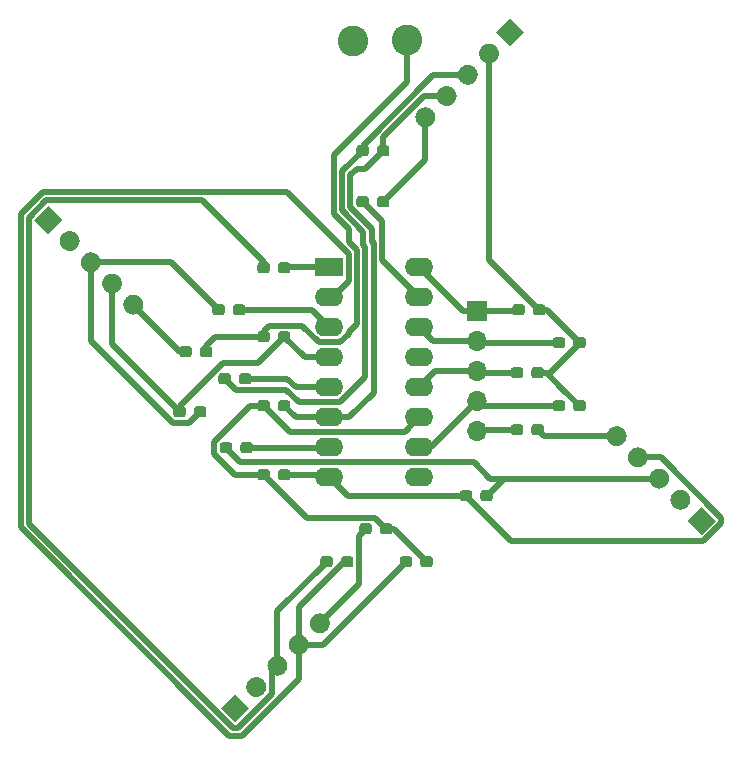
<source format=gtl>
G04 #@! TF.GenerationSoftware,KiCad,Pcbnew,(5.1.6-0-10_14)*
G04 #@! TF.CreationDate,2022-01-06T22:32:46-06:00*
G04 #@! TF.ProjectId,opto_isolator,6f70746f-5f69-4736-9f6c-61746f722e6b,rev?*
G04 #@! TF.SameCoordinates,Original*
G04 #@! TF.FileFunction,Copper,L1,Top*
G04 #@! TF.FilePolarity,Positive*
%FSLAX46Y46*%
G04 Gerber Fmt 4.6, Leading zero omitted, Abs format (unit mm)*
G04 Created by KiCad (PCBNEW (5.1.6-0-10_14)) date 2022-01-06 22:32:46*
%MOMM*%
%LPD*%
G01*
G04 APERTURE LIST*
G04 #@! TA.AperFunction,ComponentPad*
%ADD10C,0.100000*%
G04 #@! TD*
G04 #@! TA.AperFunction,ComponentPad*
%ADD11R,1.700000X1.700000*%
G04 #@! TD*
G04 #@! TA.AperFunction,ComponentPad*
%ADD12O,1.700000X1.700000*%
G04 #@! TD*
G04 #@! TA.AperFunction,ComponentPad*
%ADD13R,2.400000X1.600000*%
G04 #@! TD*
G04 #@! TA.AperFunction,ComponentPad*
%ADD14O,2.400000X1.600000*%
G04 #@! TD*
G04 #@! TA.AperFunction,ComponentPad*
%ADD15C,2.600000*%
G04 #@! TD*
G04 #@! TA.AperFunction,Conductor*
%ADD16C,0.500000*%
G04 #@! TD*
G04 APERTURE END LIST*
G04 #@! TA.AperFunction,ComponentPad*
D10*
G36*
X138577918Y-53730000D02*
G01*
X139780000Y-52527918D01*
X140982082Y-53730000D01*
X139780000Y-54932082D01*
X138577918Y-53730000D01*
G37*
G04 #@! TD.AperFunction*
G04 #@! TA.AperFunction,ComponentPad*
G36*
G01*
X137382908Y-54925010D02*
X137382908Y-54925010D01*
G75*
G02*
X138584990Y-54925010I601041J-601041D01*
G01*
X138584990Y-54925010D01*
G75*
G02*
X138584990Y-56127092I-601041J-601041D01*
G01*
X138584990Y-56127092D01*
G75*
G02*
X137382908Y-56127092I-601041J601041D01*
G01*
X137382908Y-56127092D01*
G75*
G02*
X137382908Y-54925010I601041J601041D01*
G01*
G37*
G04 #@! TD.AperFunction*
G04 #@! TA.AperFunction,ComponentPad*
G36*
G01*
X135586857Y-56721061D02*
X135586857Y-56721061D01*
G75*
G02*
X136788939Y-56721061I601041J-601041D01*
G01*
X136788939Y-56721061D01*
G75*
G02*
X136788939Y-57923143I-601041J-601041D01*
G01*
X136788939Y-57923143D01*
G75*
G02*
X135586857Y-57923143I-601041J601041D01*
G01*
X135586857Y-57923143D01*
G75*
G02*
X135586857Y-56721061I601041J601041D01*
G01*
G37*
G04 #@! TD.AperFunction*
G04 #@! TA.AperFunction,ComponentPad*
G36*
G01*
X133790805Y-58517113D02*
X133790805Y-58517113D01*
G75*
G02*
X134992887Y-58517113I601041J-601041D01*
G01*
X134992887Y-58517113D01*
G75*
G02*
X134992887Y-59719195I-601041J-601041D01*
G01*
X134992887Y-59719195D01*
G75*
G02*
X133790805Y-59719195I-601041J601041D01*
G01*
X133790805Y-59719195D01*
G75*
G02*
X133790805Y-58517113I601041J601041D01*
G01*
G37*
G04 #@! TD.AperFunction*
G04 #@! TA.AperFunction,ComponentPad*
G36*
G01*
X131994754Y-60313164D02*
X131994754Y-60313164D01*
G75*
G02*
X133196836Y-60313164I601041J-601041D01*
G01*
X133196836Y-60313164D01*
G75*
G02*
X133196836Y-61515246I-601041J-601041D01*
G01*
X133196836Y-61515246D01*
G75*
G02*
X131994754Y-61515246I-601041J601041D01*
G01*
X131994754Y-61515246D01*
G75*
G02*
X131994754Y-60313164I601041J601041D01*
G01*
G37*
G04 #@! TD.AperFunction*
D11*
X136980000Y-77360000D03*
D12*
X136980000Y-79900000D03*
X136980000Y-82440000D03*
X136980000Y-84980000D03*
X136980000Y-87520000D03*
G04 #@! TA.AperFunction,SMDPad,CuDef*
G36*
G01*
X127011000Y-95995500D02*
X127011000Y-95520500D01*
G75*
G02*
X127248500Y-95283000I237500J0D01*
G01*
X127823500Y-95283000D01*
G75*
G02*
X128061000Y-95520500I0J-237500D01*
G01*
X128061000Y-95995500D01*
G75*
G02*
X127823500Y-96233000I-237500J0D01*
G01*
X127248500Y-96233000D01*
G75*
G02*
X127011000Y-95995500I0J237500D01*
G01*
G37*
G04 #@! TD.AperFunction*
G04 #@! TA.AperFunction,SMDPad,CuDef*
G36*
G01*
X128761000Y-95995500D02*
X128761000Y-95520500D01*
G75*
G02*
X128998500Y-95283000I237500J0D01*
G01*
X129573500Y-95283000D01*
G75*
G02*
X129811000Y-95520500I0J-237500D01*
G01*
X129811000Y-95995500D01*
G75*
G02*
X129573500Y-96233000I-237500J0D01*
G01*
X128998500Y-96233000D01*
G75*
G02*
X128761000Y-95995500I0J237500D01*
G01*
G37*
G04 #@! TD.AperFunction*
G04 #@! TA.AperFunction,SMDPad,CuDef*
G36*
G01*
X113521000Y-81009500D02*
X113521000Y-80534500D01*
G75*
G02*
X113758500Y-80297000I237500J0D01*
G01*
X114333500Y-80297000D01*
G75*
G02*
X114571000Y-80534500I0J-237500D01*
G01*
X114571000Y-81009500D01*
G75*
G02*
X114333500Y-81247000I-237500J0D01*
G01*
X113758500Y-81247000D01*
G75*
G02*
X113521000Y-81009500I0J237500D01*
G01*
G37*
G04 #@! TD.AperFunction*
G04 #@! TA.AperFunction,SMDPad,CuDef*
G36*
G01*
X111771000Y-81009500D02*
X111771000Y-80534500D01*
G75*
G02*
X112008500Y-80297000I237500J0D01*
G01*
X112583500Y-80297000D01*
G75*
G02*
X112821000Y-80534500I0J-237500D01*
G01*
X112821000Y-81009500D01*
G75*
G02*
X112583500Y-81247000I-237500J0D01*
G01*
X112008500Y-81247000D01*
G75*
G02*
X111771000Y-81009500I0J237500D01*
G01*
G37*
G04 #@! TD.AperFunction*
G04 #@! TA.AperFunction,SMDPad,CuDef*
G36*
G01*
X129557000Y-67834500D02*
X129557000Y-68309500D01*
G75*
G02*
X129319500Y-68547000I-237500J0D01*
G01*
X128744500Y-68547000D01*
G75*
G02*
X128507000Y-68309500I0J237500D01*
G01*
X128507000Y-67834500D01*
G75*
G02*
X128744500Y-67597000I237500J0D01*
G01*
X129319500Y-67597000D01*
G75*
G02*
X129557000Y-67834500I0J-237500D01*
G01*
G37*
G04 #@! TD.AperFunction*
G04 #@! TA.AperFunction,SMDPad,CuDef*
G36*
G01*
X127807000Y-67834500D02*
X127807000Y-68309500D01*
G75*
G02*
X127569500Y-68547000I-237500J0D01*
G01*
X126994500Y-68547000D01*
G75*
G02*
X126757000Y-68309500I0J237500D01*
G01*
X126757000Y-67834500D01*
G75*
G02*
X126994500Y-67597000I237500J0D01*
G01*
X127569500Y-67597000D01*
G75*
G02*
X127807000Y-67834500I0J-237500D01*
G01*
G37*
G04 #@! TD.AperFunction*
G04 #@! TA.AperFunction,SMDPad,CuDef*
G36*
G01*
X140874000Y-87138500D02*
X140874000Y-87613500D01*
G75*
G02*
X140636500Y-87851000I-237500J0D01*
G01*
X140061500Y-87851000D01*
G75*
G02*
X139824000Y-87613500I0J237500D01*
G01*
X139824000Y-87138500D01*
G75*
G02*
X140061500Y-86901000I237500J0D01*
G01*
X140636500Y-86901000D01*
G75*
G02*
X140874000Y-87138500I0J-237500D01*
G01*
G37*
G04 #@! TD.AperFunction*
G04 #@! TA.AperFunction,SMDPad,CuDef*
G36*
G01*
X142624000Y-87138500D02*
X142624000Y-87613500D01*
G75*
G02*
X142386500Y-87851000I-237500J0D01*
G01*
X141811500Y-87851000D01*
G75*
G02*
X141574000Y-87613500I0J237500D01*
G01*
X141574000Y-87138500D01*
G75*
G02*
X141811500Y-86901000I237500J0D01*
G01*
X142386500Y-86901000D01*
G75*
G02*
X142624000Y-87138500I0J-237500D01*
G01*
G37*
G04 #@! TD.AperFunction*
G04 #@! TA.AperFunction,SMDPad,CuDef*
G36*
G01*
X132176000Y-98789500D02*
X132176000Y-98314500D01*
G75*
G02*
X132413500Y-98077000I237500J0D01*
G01*
X132988500Y-98077000D01*
G75*
G02*
X133226000Y-98314500I0J-237500D01*
G01*
X133226000Y-98789500D01*
G75*
G02*
X132988500Y-99027000I-237500J0D01*
G01*
X132413500Y-99027000D01*
G75*
G02*
X132176000Y-98789500I0J237500D01*
G01*
G37*
G04 #@! TD.AperFunction*
G04 #@! TA.AperFunction,SMDPad,CuDef*
G36*
G01*
X130426000Y-98789500D02*
X130426000Y-98314500D01*
G75*
G02*
X130663500Y-98077000I237500J0D01*
G01*
X131238500Y-98077000D01*
G75*
G02*
X131476000Y-98314500I0J-237500D01*
G01*
X131476000Y-98789500D01*
G75*
G02*
X131238500Y-99027000I-237500J0D01*
G01*
X130663500Y-99027000D01*
G75*
G02*
X130426000Y-98789500I0J237500D01*
G01*
G37*
G04 #@! TD.AperFunction*
G04 #@! TA.AperFunction,SMDPad,CuDef*
G36*
G01*
X121175000Y-79264500D02*
X121175000Y-79739500D01*
G75*
G02*
X120937500Y-79977000I-237500J0D01*
G01*
X120362500Y-79977000D01*
G75*
G02*
X120125000Y-79739500I0J237500D01*
G01*
X120125000Y-79264500D01*
G75*
G02*
X120362500Y-79027000I237500J0D01*
G01*
X120937500Y-79027000D01*
G75*
G02*
X121175000Y-79264500I0J-237500D01*
G01*
G37*
G04 #@! TD.AperFunction*
G04 #@! TA.AperFunction,SMDPad,CuDef*
G36*
G01*
X119425000Y-79264500D02*
X119425000Y-79739500D01*
G75*
G02*
X119187500Y-79977000I-237500J0D01*
G01*
X118612500Y-79977000D01*
G75*
G02*
X118375000Y-79739500I0J237500D01*
G01*
X118375000Y-79264500D01*
G75*
G02*
X118612500Y-79027000I237500J0D01*
G01*
X119187500Y-79027000D01*
G75*
G02*
X119425000Y-79264500I0J-237500D01*
G01*
G37*
G04 #@! TD.AperFunction*
G04 #@! TA.AperFunction,SMDPad,CuDef*
G36*
G01*
X120125000Y-73897500D02*
X120125000Y-73422500D01*
G75*
G02*
X120362500Y-73185000I237500J0D01*
G01*
X120937500Y-73185000D01*
G75*
G02*
X121175000Y-73422500I0J-237500D01*
G01*
X121175000Y-73897500D01*
G75*
G02*
X120937500Y-74135000I-237500J0D01*
G01*
X120362500Y-74135000D01*
G75*
G02*
X120125000Y-73897500I0J237500D01*
G01*
G37*
G04 #@! TD.AperFunction*
G04 #@! TA.AperFunction,SMDPad,CuDef*
G36*
G01*
X118375000Y-73897500D02*
X118375000Y-73422500D01*
G75*
G02*
X118612500Y-73185000I237500J0D01*
G01*
X119187500Y-73185000D01*
G75*
G02*
X119425000Y-73422500I0J-237500D01*
G01*
X119425000Y-73897500D01*
G75*
G02*
X119187500Y-74135000I-237500J0D01*
G01*
X118612500Y-74135000D01*
G75*
G02*
X118375000Y-73897500I0J237500D01*
G01*
G37*
G04 #@! TD.AperFunction*
G04 #@! TA.AperFunction,SMDPad,CuDef*
G36*
G01*
X114565000Y-77453500D02*
X114565000Y-76978500D01*
G75*
G02*
X114802500Y-76741000I237500J0D01*
G01*
X115377500Y-76741000D01*
G75*
G02*
X115615000Y-76978500I0J-237500D01*
G01*
X115615000Y-77453500D01*
G75*
G02*
X115377500Y-77691000I-237500J0D01*
G01*
X114802500Y-77691000D01*
G75*
G02*
X114565000Y-77453500I0J237500D01*
G01*
G37*
G04 #@! TD.AperFunction*
G04 #@! TA.AperFunction,SMDPad,CuDef*
G36*
G01*
X116315000Y-77453500D02*
X116315000Y-76978500D01*
G75*
G02*
X116552500Y-76741000I237500J0D01*
G01*
X117127500Y-76741000D01*
G75*
G02*
X117365000Y-76978500I0J-237500D01*
G01*
X117365000Y-77453500D01*
G75*
G02*
X117127500Y-77691000I-237500J0D01*
G01*
X116552500Y-77691000D01*
G75*
G02*
X116315000Y-77453500I0J237500D01*
G01*
G37*
G04 #@! TD.AperFunction*
G04 #@! TA.AperFunction,SMDPad,CuDef*
G36*
G01*
X116823000Y-83295500D02*
X116823000Y-82820500D01*
G75*
G02*
X117060500Y-82583000I237500J0D01*
G01*
X117635500Y-82583000D01*
G75*
G02*
X117873000Y-82820500I0J-237500D01*
G01*
X117873000Y-83295500D01*
G75*
G02*
X117635500Y-83533000I-237500J0D01*
G01*
X117060500Y-83533000D01*
G75*
G02*
X116823000Y-83295500I0J237500D01*
G01*
G37*
G04 #@! TD.AperFunction*
G04 #@! TA.AperFunction,SMDPad,CuDef*
G36*
G01*
X115073000Y-83295500D02*
X115073000Y-82820500D01*
G75*
G02*
X115310500Y-82583000I237500J0D01*
G01*
X115885500Y-82583000D01*
G75*
G02*
X116123000Y-82820500I0J-237500D01*
G01*
X116123000Y-83295500D01*
G75*
G02*
X115885500Y-83533000I-237500J0D01*
G01*
X115310500Y-83533000D01*
G75*
G02*
X115073000Y-83295500I0J237500D01*
G01*
G37*
G04 #@! TD.AperFunction*
G04 #@! TA.AperFunction,SMDPad,CuDef*
G36*
G01*
X115186000Y-89137500D02*
X115186000Y-88662500D01*
G75*
G02*
X115423500Y-88425000I237500J0D01*
G01*
X115998500Y-88425000D01*
G75*
G02*
X116236000Y-88662500I0J-237500D01*
G01*
X116236000Y-89137500D01*
G75*
G02*
X115998500Y-89375000I-237500J0D01*
G01*
X115423500Y-89375000D01*
G75*
G02*
X115186000Y-89137500I0J237500D01*
G01*
G37*
G04 #@! TD.AperFunction*
G04 #@! TA.AperFunction,SMDPad,CuDef*
G36*
G01*
X116936000Y-89137500D02*
X116936000Y-88662500D01*
G75*
G02*
X117173500Y-88425000I237500J0D01*
G01*
X117748500Y-88425000D01*
G75*
G02*
X117986000Y-88662500I0J-237500D01*
G01*
X117986000Y-89137500D01*
G75*
G02*
X117748500Y-89375000I-237500J0D01*
G01*
X117173500Y-89375000D01*
G75*
G02*
X116936000Y-89137500I0J237500D01*
G01*
G37*
G04 #@! TD.AperFunction*
G04 #@! TA.AperFunction,SMDPad,CuDef*
G36*
G01*
X119425000Y-85106500D02*
X119425000Y-85581500D01*
G75*
G02*
X119187500Y-85819000I-237500J0D01*
G01*
X118612500Y-85819000D01*
G75*
G02*
X118375000Y-85581500I0J237500D01*
G01*
X118375000Y-85106500D01*
G75*
G02*
X118612500Y-84869000I237500J0D01*
G01*
X119187500Y-84869000D01*
G75*
G02*
X119425000Y-85106500I0J-237500D01*
G01*
G37*
G04 #@! TD.AperFunction*
G04 #@! TA.AperFunction,SMDPad,CuDef*
G36*
G01*
X121175000Y-85106500D02*
X121175000Y-85581500D01*
G75*
G02*
X120937500Y-85819000I-237500J0D01*
G01*
X120362500Y-85819000D01*
G75*
G02*
X120125000Y-85581500I0J237500D01*
G01*
X120125000Y-85106500D01*
G75*
G02*
X120362500Y-84869000I237500J0D01*
G01*
X120937500Y-84869000D01*
G75*
G02*
X121175000Y-85106500I0J-237500D01*
G01*
G37*
G04 #@! TD.AperFunction*
G04 #@! TA.AperFunction,SMDPad,CuDef*
G36*
G01*
X121175000Y-90948500D02*
X121175000Y-91423500D01*
G75*
G02*
X120937500Y-91661000I-237500J0D01*
G01*
X120362500Y-91661000D01*
G75*
G02*
X120125000Y-91423500I0J237500D01*
G01*
X120125000Y-90948500D01*
G75*
G02*
X120362500Y-90711000I237500J0D01*
G01*
X120937500Y-90711000D01*
G75*
G02*
X121175000Y-90948500I0J-237500D01*
G01*
G37*
G04 #@! TD.AperFunction*
G04 #@! TA.AperFunction,SMDPad,CuDef*
G36*
G01*
X119425000Y-90948500D02*
X119425000Y-91423500D01*
G75*
G02*
X119187500Y-91661000I-237500J0D01*
G01*
X118612500Y-91661000D01*
G75*
G02*
X118375000Y-91423500I0J237500D01*
G01*
X118375000Y-90948500D01*
G75*
G02*
X118612500Y-90711000I237500J0D01*
G01*
X119187500Y-90711000D01*
G75*
G02*
X119425000Y-90948500I0J-237500D01*
G01*
G37*
G04 #@! TD.AperFunction*
G04 #@! TA.AperFunction,SMDPad,CuDef*
G36*
G01*
X141015000Y-76978500D02*
X141015000Y-77453500D01*
G75*
G02*
X140777500Y-77691000I-237500J0D01*
G01*
X140202500Y-77691000D01*
G75*
G02*
X139965000Y-77453500I0J237500D01*
G01*
X139965000Y-76978500D01*
G75*
G02*
X140202500Y-76741000I237500J0D01*
G01*
X140777500Y-76741000D01*
G75*
G02*
X141015000Y-76978500I0J-237500D01*
G01*
G37*
G04 #@! TD.AperFunction*
G04 #@! TA.AperFunction,SMDPad,CuDef*
G36*
G01*
X142765000Y-76978500D02*
X142765000Y-77453500D01*
G75*
G02*
X142527500Y-77691000I-237500J0D01*
G01*
X141952500Y-77691000D01*
G75*
G02*
X141715000Y-77453500I0J237500D01*
G01*
X141715000Y-76978500D01*
G75*
G02*
X141952500Y-76741000I237500J0D01*
G01*
X142527500Y-76741000D01*
G75*
G02*
X142765000Y-76978500I0J-237500D01*
G01*
G37*
G04 #@! TD.AperFunction*
G04 #@! TA.AperFunction,SMDPad,CuDef*
G36*
G01*
X146180000Y-79772500D02*
X146180000Y-80247500D01*
G75*
G02*
X145942500Y-80485000I-237500J0D01*
G01*
X145367500Y-80485000D01*
G75*
G02*
X145130000Y-80247500I0J237500D01*
G01*
X145130000Y-79772500D01*
G75*
G02*
X145367500Y-79535000I237500J0D01*
G01*
X145942500Y-79535000D01*
G75*
G02*
X146180000Y-79772500I0J-237500D01*
G01*
G37*
G04 #@! TD.AperFunction*
G04 #@! TA.AperFunction,SMDPad,CuDef*
G36*
G01*
X144430000Y-79772500D02*
X144430000Y-80247500D01*
G75*
G02*
X144192500Y-80485000I-237500J0D01*
G01*
X143617500Y-80485000D01*
G75*
G02*
X143380000Y-80247500I0J237500D01*
G01*
X143380000Y-79772500D01*
G75*
G02*
X143617500Y-79535000I237500J0D01*
G01*
X144192500Y-79535000D01*
G75*
G02*
X144430000Y-79772500I0J-237500D01*
G01*
G37*
G04 #@! TD.AperFunction*
G04 #@! TA.AperFunction,SMDPad,CuDef*
G36*
G01*
X140874000Y-82312500D02*
X140874000Y-82787500D01*
G75*
G02*
X140636500Y-83025000I-237500J0D01*
G01*
X140061500Y-83025000D01*
G75*
G02*
X139824000Y-82787500I0J237500D01*
G01*
X139824000Y-82312500D01*
G75*
G02*
X140061500Y-82075000I237500J0D01*
G01*
X140636500Y-82075000D01*
G75*
G02*
X140874000Y-82312500I0J-237500D01*
G01*
G37*
G04 #@! TD.AperFunction*
G04 #@! TA.AperFunction,SMDPad,CuDef*
G36*
G01*
X142624000Y-82312500D02*
X142624000Y-82787500D01*
G75*
G02*
X142386500Y-83025000I-237500J0D01*
G01*
X141811500Y-83025000D01*
G75*
G02*
X141574000Y-82787500I0J237500D01*
G01*
X141574000Y-82312500D01*
G75*
G02*
X141811500Y-82075000I237500J0D01*
G01*
X142386500Y-82075000D01*
G75*
G02*
X142624000Y-82312500I0J-237500D01*
G01*
G37*
G04 #@! TD.AperFunction*
G04 #@! TA.AperFunction,SMDPad,CuDef*
G36*
G01*
X146180000Y-85106500D02*
X146180000Y-85581500D01*
G75*
G02*
X145942500Y-85819000I-237500J0D01*
G01*
X145367500Y-85819000D01*
G75*
G02*
X145130000Y-85581500I0J237500D01*
G01*
X145130000Y-85106500D01*
G75*
G02*
X145367500Y-84869000I237500J0D01*
G01*
X145942500Y-84869000D01*
G75*
G02*
X146180000Y-85106500I0J-237500D01*
G01*
G37*
G04 #@! TD.AperFunction*
G04 #@! TA.AperFunction,SMDPad,CuDef*
G36*
G01*
X144430000Y-85106500D02*
X144430000Y-85581500D01*
G75*
G02*
X144192500Y-85819000I-237500J0D01*
G01*
X143617500Y-85819000D01*
G75*
G02*
X143380000Y-85581500I0J237500D01*
G01*
X143380000Y-85106500D01*
G75*
G02*
X143617500Y-84869000I237500J0D01*
G01*
X144192500Y-84869000D01*
G75*
G02*
X144430000Y-85106500I0J-237500D01*
G01*
G37*
G04 #@! TD.AperFunction*
G04 #@! TA.AperFunction,ComponentPad*
D10*
G36*
X117682082Y-110950000D02*
G01*
X116480000Y-112152082D01*
X115277918Y-110950000D01*
X116480000Y-109747918D01*
X117682082Y-110950000D01*
G37*
G04 #@! TD.AperFunction*
G04 #@! TA.AperFunction,ComponentPad*
G36*
G01*
X118877092Y-109754990D02*
X118877092Y-109754990D01*
G75*
G02*
X117675010Y-109754990I-601041J601041D01*
G01*
X117675010Y-109754990D01*
G75*
G02*
X117675010Y-108552908I601041J601041D01*
G01*
X117675010Y-108552908D01*
G75*
G02*
X118877092Y-108552908I601041J-601041D01*
G01*
X118877092Y-108552908D01*
G75*
G02*
X118877092Y-109754990I-601041J-601041D01*
G01*
G37*
G04 #@! TD.AperFunction*
G04 #@! TA.AperFunction,ComponentPad*
G36*
G01*
X120673143Y-107958939D02*
X120673143Y-107958939D01*
G75*
G02*
X119471061Y-107958939I-601041J601041D01*
G01*
X119471061Y-107958939D01*
G75*
G02*
X119471061Y-106756857I601041J601041D01*
G01*
X119471061Y-106756857D01*
G75*
G02*
X120673143Y-106756857I601041J-601041D01*
G01*
X120673143Y-106756857D01*
G75*
G02*
X120673143Y-107958939I-601041J-601041D01*
G01*
G37*
G04 #@! TD.AperFunction*
G04 #@! TA.AperFunction,ComponentPad*
G36*
G01*
X122469195Y-106162887D02*
X122469195Y-106162887D01*
G75*
G02*
X121267113Y-106162887I-601041J601041D01*
G01*
X121267113Y-106162887D01*
G75*
G02*
X121267113Y-104960805I601041J601041D01*
G01*
X121267113Y-104960805D01*
G75*
G02*
X122469195Y-104960805I601041J-601041D01*
G01*
X122469195Y-104960805D01*
G75*
G02*
X122469195Y-106162887I-601041J-601041D01*
G01*
G37*
G04 #@! TD.AperFunction*
G04 #@! TA.AperFunction,ComponentPad*
G36*
G01*
X124265246Y-104366836D02*
X124265246Y-104366836D01*
G75*
G02*
X123063164Y-104366836I-601041J601041D01*
G01*
X123063164Y-104366836D01*
G75*
G02*
X123063164Y-103164754I601041J601041D01*
G01*
X123063164Y-103164754D01*
G75*
G02*
X124265246Y-103164754I601041J-601041D01*
G01*
X124265246Y-103164754D01*
G75*
G02*
X124265246Y-104366836I-601041J-601041D01*
G01*
G37*
G04 #@! TD.AperFunction*
G04 #@! TA.AperFunction,ComponentPad*
G36*
G01*
X107263164Y-77385246D02*
X107263164Y-77385246D01*
G75*
G02*
X107263164Y-76183164I601041J601041D01*
G01*
X107263164Y-76183164D01*
G75*
G02*
X108465246Y-76183164I601041J-601041D01*
G01*
X108465246Y-76183164D01*
G75*
G02*
X108465246Y-77385246I-601041J-601041D01*
G01*
X108465246Y-77385246D01*
G75*
G02*
X107263164Y-77385246I-601041J601041D01*
G01*
G37*
G04 #@! TD.AperFunction*
G04 #@! TA.AperFunction,ComponentPad*
G36*
G01*
X105467113Y-75589195D02*
X105467113Y-75589195D01*
G75*
G02*
X105467113Y-74387113I601041J601041D01*
G01*
X105467113Y-74387113D01*
G75*
G02*
X106669195Y-74387113I601041J-601041D01*
G01*
X106669195Y-74387113D01*
G75*
G02*
X106669195Y-75589195I-601041J-601041D01*
G01*
X106669195Y-75589195D01*
G75*
G02*
X105467113Y-75589195I-601041J601041D01*
G01*
G37*
G04 #@! TD.AperFunction*
G04 #@! TA.AperFunction,ComponentPad*
G36*
G01*
X103671061Y-73793143D02*
X103671061Y-73793143D01*
G75*
G02*
X103671061Y-72591061I601041J601041D01*
G01*
X103671061Y-72591061D01*
G75*
G02*
X104873143Y-72591061I601041J-601041D01*
G01*
X104873143Y-72591061D01*
G75*
G02*
X104873143Y-73793143I-601041J-601041D01*
G01*
X104873143Y-73793143D01*
G75*
G02*
X103671061Y-73793143I-601041J601041D01*
G01*
G37*
G04 #@! TD.AperFunction*
G04 #@! TA.AperFunction,ComponentPad*
G36*
G01*
X101875010Y-71997092D02*
X101875010Y-71997092D01*
G75*
G02*
X101875010Y-70795010I601041J601041D01*
G01*
X101875010Y-70795010D01*
G75*
G02*
X103077092Y-70795010I601041J-601041D01*
G01*
X103077092Y-70795010D01*
G75*
G02*
X103077092Y-71997092I-601041J-601041D01*
G01*
X103077092Y-71997092D01*
G75*
G02*
X101875010Y-71997092I-601041J601041D01*
G01*
G37*
G04 #@! TD.AperFunction*
G04 #@! TA.AperFunction,ComponentPad*
G36*
X100680000Y-70802082D02*
G01*
X99477918Y-69600000D01*
X100680000Y-68397918D01*
X101882082Y-69600000D01*
X100680000Y-70802082D01*
G37*
G04 #@! TD.AperFunction*
G04 #@! TA.AperFunction,ComponentPad*
G36*
X155980000Y-93897918D02*
G01*
X157182082Y-95100000D01*
X155980000Y-96302082D01*
X154777918Y-95100000D01*
X155980000Y-93897918D01*
G37*
G04 #@! TD.AperFunction*
G04 #@! TA.AperFunction,ComponentPad*
G36*
G01*
X154784990Y-92702908D02*
X154784990Y-92702908D01*
G75*
G02*
X154784990Y-93904990I-601041J-601041D01*
G01*
X154784990Y-93904990D01*
G75*
G02*
X153582908Y-93904990I-601041J601041D01*
G01*
X153582908Y-93904990D01*
G75*
G02*
X153582908Y-92702908I601041J601041D01*
G01*
X153582908Y-92702908D01*
G75*
G02*
X154784990Y-92702908I601041J-601041D01*
G01*
G37*
G04 #@! TD.AperFunction*
G04 #@! TA.AperFunction,ComponentPad*
G36*
G01*
X152988939Y-90906857D02*
X152988939Y-90906857D01*
G75*
G02*
X152988939Y-92108939I-601041J-601041D01*
G01*
X152988939Y-92108939D01*
G75*
G02*
X151786857Y-92108939I-601041J601041D01*
G01*
X151786857Y-92108939D01*
G75*
G02*
X151786857Y-90906857I601041J601041D01*
G01*
X151786857Y-90906857D01*
G75*
G02*
X152988939Y-90906857I601041J-601041D01*
G01*
G37*
G04 #@! TD.AperFunction*
G04 #@! TA.AperFunction,ComponentPad*
G36*
G01*
X151192887Y-89110805D02*
X151192887Y-89110805D01*
G75*
G02*
X151192887Y-90312887I-601041J-601041D01*
G01*
X151192887Y-90312887D01*
G75*
G02*
X149990805Y-90312887I-601041J601041D01*
G01*
X149990805Y-90312887D01*
G75*
G02*
X149990805Y-89110805I601041J601041D01*
G01*
X149990805Y-89110805D01*
G75*
G02*
X151192887Y-89110805I601041J-601041D01*
G01*
G37*
G04 #@! TD.AperFunction*
G04 #@! TA.AperFunction,ComponentPad*
G36*
G01*
X149396836Y-87314754D02*
X149396836Y-87314754D01*
G75*
G02*
X149396836Y-88516836I-601041J-601041D01*
G01*
X149396836Y-88516836D01*
G75*
G02*
X148194754Y-88516836I-601041J601041D01*
G01*
X148194754Y-88516836D01*
G75*
G02*
X148194754Y-87314754I601041J601041D01*
G01*
X148194754Y-87314754D01*
G75*
G02*
X149396836Y-87314754I601041J-601041D01*
G01*
G37*
G04 #@! TD.AperFunction*
D13*
X124470000Y-73630000D03*
D14*
X132090000Y-91410000D03*
X124470000Y-76170000D03*
X132090000Y-88870000D03*
X124470000Y-78710000D03*
X132090000Y-86330000D03*
X124470000Y-81250000D03*
X132090000Y-83790000D03*
X124470000Y-83790000D03*
X132090000Y-81250000D03*
X124470000Y-86330000D03*
X132090000Y-78710000D03*
X124470000Y-88870000D03*
X132090000Y-76170000D03*
X124470000Y-91410000D03*
X132090000Y-73630000D03*
D15*
X126460000Y-54470000D03*
X131020000Y-54356000D03*
G04 #@! TA.AperFunction,SMDPad,CuDef*
G36*
G01*
X125459000Y-98789500D02*
X125459000Y-98314500D01*
G75*
G02*
X125696500Y-98077000I237500J0D01*
G01*
X126271500Y-98077000D01*
G75*
G02*
X126509000Y-98314500I0J-237500D01*
G01*
X126509000Y-98789500D01*
G75*
G02*
X126271500Y-99027000I-237500J0D01*
G01*
X125696500Y-99027000D01*
G75*
G02*
X125459000Y-98789500I0J237500D01*
G01*
G37*
G04 #@! TD.AperFunction*
G04 #@! TA.AperFunction,SMDPad,CuDef*
G36*
G01*
X123709000Y-98789500D02*
X123709000Y-98314500D01*
G75*
G02*
X123946500Y-98077000I237500J0D01*
G01*
X124521500Y-98077000D01*
G75*
G02*
X124759000Y-98314500I0J-237500D01*
G01*
X124759000Y-98789500D01*
G75*
G02*
X124521500Y-99027000I-237500J0D01*
G01*
X123946500Y-99027000D01*
G75*
G02*
X123709000Y-98789500I0J237500D01*
G01*
G37*
G04 #@! TD.AperFunction*
G04 #@! TA.AperFunction,SMDPad,CuDef*
G36*
G01*
X126757000Y-63991500D02*
X126757000Y-63516500D01*
G75*
G02*
X126994500Y-63279000I237500J0D01*
G01*
X127569500Y-63279000D01*
G75*
G02*
X127807000Y-63516500I0J-237500D01*
G01*
X127807000Y-63991500D01*
G75*
G02*
X127569500Y-64229000I-237500J0D01*
G01*
X126994500Y-64229000D01*
G75*
G02*
X126757000Y-63991500I0J237500D01*
G01*
G37*
G04 #@! TD.AperFunction*
G04 #@! TA.AperFunction,SMDPad,CuDef*
G36*
G01*
X128507000Y-63991500D02*
X128507000Y-63516500D01*
G75*
G02*
X128744500Y-63279000I237500J0D01*
G01*
X129319500Y-63279000D01*
G75*
G02*
X129557000Y-63516500I0J-237500D01*
G01*
X129557000Y-63991500D01*
G75*
G02*
X129319500Y-64229000I-237500J0D01*
G01*
X128744500Y-64229000D01*
G75*
G02*
X128507000Y-63991500I0J237500D01*
G01*
G37*
G04 #@! TD.AperFunction*
G04 #@! TA.AperFunction,SMDPad,CuDef*
G36*
G01*
X136556000Y-92726500D02*
X136556000Y-93201500D01*
G75*
G02*
X136318500Y-93439000I-237500J0D01*
G01*
X135743500Y-93439000D01*
G75*
G02*
X135506000Y-93201500I0J237500D01*
G01*
X135506000Y-92726500D01*
G75*
G02*
X135743500Y-92489000I237500J0D01*
G01*
X136318500Y-92489000D01*
G75*
G02*
X136556000Y-92726500I0J-237500D01*
G01*
G37*
G04 #@! TD.AperFunction*
G04 #@! TA.AperFunction,SMDPad,CuDef*
G36*
G01*
X138306000Y-92726500D02*
X138306000Y-93201500D01*
G75*
G02*
X138068500Y-93439000I-237500J0D01*
G01*
X137493500Y-93439000D01*
G75*
G02*
X137256000Y-93201500I0J237500D01*
G01*
X137256000Y-92726500D01*
G75*
G02*
X137493500Y-92489000I237500J0D01*
G01*
X138068500Y-92489000D01*
G75*
G02*
X138306000Y-92726500I0J-237500D01*
G01*
G37*
G04 #@! TD.AperFunction*
G04 #@! TA.AperFunction,SMDPad,CuDef*
G36*
G01*
X114063000Y-85614500D02*
X114063000Y-86089500D01*
G75*
G02*
X113825500Y-86327000I-237500J0D01*
G01*
X113250500Y-86327000D01*
G75*
G02*
X113013000Y-86089500I0J237500D01*
G01*
X113013000Y-85614500D01*
G75*
G02*
X113250500Y-85377000I237500J0D01*
G01*
X113825500Y-85377000D01*
G75*
G02*
X114063000Y-85614500I0J-237500D01*
G01*
G37*
G04 #@! TD.AperFunction*
G04 #@! TA.AperFunction,SMDPad,CuDef*
G36*
G01*
X112313000Y-85614500D02*
X112313000Y-86089500D01*
G75*
G02*
X112075500Y-86327000I-237500J0D01*
G01*
X111500500Y-86327000D01*
G75*
G02*
X111263000Y-86089500I0J237500D01*
G01*
X111263000Y-85614500D01*
G75*
G02*
X111500500Y-85377000I237500J0D01*
G01*
X112075500Y-85377000D01*
G75*
G02*
X112313000Y-85614500I0J-237500D01*
G01*
G37*
G04 #@! TD.AperFunction*
D16*
X142861000Y-77216000D02*
X142240000Y-77216000D01*
X145655000Y-80010000D02*
X144074500Y-78429500D01*
X144074500Y-78429500D02*
X142861000Y-77216000D01*
X142861000Y-82550000D02*
X144201500Y-83890500D01*
X142099000Y-82550000D02*
X142861000Y-82550000D01*
X144201500Y-83890500D02*
X145655000Y-85344000D01*
X143115000Y-82550000D02*
X145655000Y-80010000D01*
X142099000Y-82550000D02*
X143115000Y-82550000D01*
X137983949Y-72959949D02*
X142240000Y-77216000D01*
X137983949Y-55526051D02*
X137983949Y-72959949D01*
X129907000Y-95758000D02*
X129286000Y-95758000D01*
X114046000Y-80772000D02*
X114046000Y-80264000D01*
X114808000Y-79502000D02*
X118900000Y-79502000D01*
X114046000Y-80264000D02*
X114808000Y-79502000D01*
X120374010Y-92660010D02*
X118900000Y-91186000D01*
X130839990Y-87580010D02*
X132090000Y-86330000D01*
X121136010Y-87580010D02*
X130839990Y-87580010D01*
X118900000Y-85344000D02*
X121136010Y-87580010D01*
X124831979Y-69099193D02*
X124831979Y-64144021D01*
X119350010Y-78576990D02*
X122169209Y-78576990D01*
X118900000Y-79027000D02*
X119350010Y-78576990D01*
X123552229Y-79960010D02*
X125387771Y-79960010D01*
X125387771Y-79960010D02*
X126120010Y-79227771D01*
X122169209Y-78576990D02*
X123552229Y-79960010D01*
X126120010Y-70387223D02*
X124831979Y-69099193D01*
X118900000Y-79502000D02*
X118900000Y-79027000D01*
X131020000Y-57956000D02*
X131020000Y-54356000D01*
X124831979Y-64144021D02*
X131020000Y-57956000D01*
X126820011Y-72180046D02*
X126820011Y-78411989D01*
X126120010Y-71480046D02*
X126820011Y-72180046D01*
X126120010Y-70387223D02*
X126120010Y-71480046D01*
X126120010Y-79111990D02*
X126120010Y-79227771D01*
X126820011Y-78411989D02*
X126120010Y-79111990D01*
X128920041Y-73000041D02*
X132090000Y-76170000D01*
X128920041Y-69710041D02*
X128920041Y-73000041D01*
X127282000Y-68072000D02*
X128920041Y-69710041D01*
X122546990Y-94832990D02*
X120374010Y-92660010D01*
X128360990Y-94832990D02*
X122546990Y-94832990D01*
X129286000Y-95758000D02*
X128360990Y-94832990D01*
X137124000Y-87376000D02*
X136980000Y-87520000D01*
X140349000Y-87376000D02*
X137124000Y-87376000D01*
X129907000Y-95758000D02*
X132701000Y-98552000D01*
X117769712Y-85344000D02*
X118900000Y-85344000D01*
X114735990Y-89422278D02*
X114735990Y-88377722D01*
X116499712Y-91186000D02*
X114735990Y-89422278D01*
X114735990Y-88377722D02*
X117769712Y-85344000D01*
X118900000Y-91186000D02*
X116499712Y-91186000D01*
X140346000Y-77360000D02*
X140490000Y-77216000D01*
X136980000Y-77360000D02*
X140346000Y-77360000D01*
X135820000Y-77360000D02*
X132090000Y-73630000D01*
X136980000Y-77360000D02*
X135820000Y-77360000D01*
X137090000Y-80010000D02*
X136980000Y-79900000D01*
X143905000Y-80010000D02*
X137090000Y-80010000D01*
X133280000Y-79900000D02*
X132090000Y-78710000D01*
X136980000Y-79900000D02*
X133280000Y-79900000D01*
X137090000Y-82550000D02*
X136980000Y-82440000D01*
X140349000Y-82550000D02*
X137090000Y-82550000D01*
X133440000Y-82440000D02*
X132090000Y-83790000D01*
X136980000Y-82440000D02*
X133440000Y-82440000D01*
X137344000Y-85344000D02*
X136980000Y-84980000D01*
X143905000Y-85344000D02*
X137344000Y-85344000D01*
X133090000Y-88870000D02*
X136980000Y-84980000D01*
X132090000Y-88870000D02*
X133090000Y-88870000D01*
X126959010Y-96334990D02*
X127536000Y-95758000D01*
X126959010Y-100470990D02*
X126959010Y-96334990D01*
X123664205Y-103765795D02*
X126959010Y-100470990D01*
X111852000Y-80772000D02*
X112296000Y-80772000D01*
X107864205Y-76784205D02*
X111852000Y-80772000D01*
X132595795Y-64508205D02*
X129032000Y-68072000D01*
X132595795Y-60914205D02*
X132595795Y-64508205D01*
X142638795Y-87915795D02*
X142099000Y-87376000D01*
X148795795Y-87915795D02*
X142638795Y-87915795D01*
X125731288Y-98552000D02*
X125984000Y-98552000D01*
X121868154Y-102415134D02*
X125731288Y-98552000D01*
X121868154Y-105561846D02*
X121868154Y-102415134D01*
X123941154Y-105561846D02*
X121868154Y-105561846D01*
X130951000Y-98552000D02*
X123941154Y-105561846D01*
X121868154Y-108475811D02*
X121868154Y-105561846D01*
X117041863Y-113302102D02*
X121868154Y-108475811D01*
X98327898Y-95626355D02*
X116003645Y-113302102D01*
X100203645Y-67247898D02*
X98327898Y-69123645D01*
X98327898Y-69123645D02*
X98327898Y-95626355D01*
X126120001Y-72469999D02*
X120897900Y-67247898D01*
X120897900Y-67247898D02*
X100203645Y-67247898D01*
X116003645Y-113302102D02*
X117041863Y-113302102D01*
X126120001Y-74790001D02*
X126120001Y-72469999D01*
X124740002Y-76170000D02*
X126120001Y-74790001D01*
X124470000Y-76170000D02*
X124740002Y-76170000D01*
X122398000Y-81250000D02*
X120650000Y-79502000D01*
X124470000Y-81250000D02*
X122398000Y-81250000D01*
X106068154Y-80132154D02*
X111788000Y-85852000D01*
X106068154Y-74988154D02*
X106068154Y-80132154D01*
X111788000Y-85370712D02*
X111788000Y-85852000D01*
X115461702Y-81697010D02*
X111788000Y-85370712D01*
X118454990Y-81697010D02*
X115461702Y-81697010D01*
X120650000Y-79502000D02*
X118454990Y-81697010D01*
X120680000Y-73630000D02*
X120650000Y-73660000D01*
X124470000Y-73630000D02*
X120680000Y-73630000D01*
X120072102Y-102713898D02*
X124234000Y-98552000D01*
X120072102Y-107357898D02*
X120072102Y-102713898D01*
X119634000Y-107796000D02*
X120072102Y-107357898D01*
X119634000Y-109720002D02*
X119634000Y-107796000D01*
X116751910Y-112602092D02*
X119634000Y-109720002D01*
X99027908Y-95336402D02*
X116293598Y-112602092D01*
X99027908Y-69413598D02*
X99027908Y-95336402D01*
X100493598Y-67947908D02*
X99027908Y-69413598D01*
X116293598Y-112602092D02*
X116751910Y-112602092D01*
X113662908Y-67947908D02*
X100493598Y-67947908D01*
X118900000Y-73185000D02*
X113662908Y-67947908D01*
X118900000Y-73660000D02*
X118900000Y-73185000D01*
X111066102Y-73192102D02*
X115090000Y-77216000D01*
X104272102Y-73192102D02*
X111066102Y-73192102D01*
X104272102Y-79833390D02*
X104272102Y-73192102D01*
X111215722Y-86777010D02*
X104272102Y-79833390D01*
X112612990Y-86777010D02*
X111215722Y-86777010D01*
X113538000Y-85852000D02*
X112612990Y-86777010D01*
X122976000Y-77216000D02*
X116840000Y-77216000D01*
X124470000Y-78710000D02*
X122976000Y-77216000D01*
X117348000Y-83058000D02*
X120904000Y-83058000D01*
X121636000Y-83790000D02*
X124470000Y-83790000D01*
X120904000Y-83058000D02*
X121636000Y-83790000D01*
X127282000Y-63314036D02*
X127282000Y-63754000D01*
X133273934Y-57322102D02*
X127282000Y-63314036D01*
X136187898Y-57322102D02*
X133273934Y-57322102D01*
X121870010Y-85040010D02*
X120813010Y-83983010D01*
X125387771Y-85040010D02*
X121870010Y-85040010D01*
X127520021Y-71890093D02*
X127520021Y-82907760D01*
X120813010Y-83983010D02*
X116523010Y-83983010D01*
X127520021Y-82907760D02*
X125387771Y-85040010D01*
X127334750Y-70612000D02*
X127334750Y-71704822D01*
X125531989Y-68809240D02*
X127334750Y-70612000D01*
X125531989Y-65504011D02*
X125531989Y-68809240D01*
X116523010Y-83983010D02*
X115598000Y-83058000D01*
X127334750Y-71704822D02*
X127520021Y-71890093D01*
X127282000Y-63754000D02*
X125531989Y-65504011D01*
X139237102Y-91507898D02*
X137781000Y-92964000D01*
X152387898Y-91507898D02*
X139237102Y-91507898D01*
X116931010Y-90120010D02*
X115711000Y-88900000D01*
X136701990Y-90120010D02*
X116931010Y-90120010D01*
X138089878Y-91507898D02*
X136701990Y-90120010D01*
X139237102Y-91507898D02*
X138089878Y-91507898D01*
X124440000Y-88900000D02*
X124470000Y-88870000D01*
X117461000Y-88900000D02*
X124440000Y-88900000D01*
X121636000Y-86330000D02*
X120650000Y-85344000D01*
X124470000Y-86330000D02*
X121636000Y-86330000D01*
X129032000Y-62553998D02*
X129032000Y-63754000D01*
X132467844Y-59118154D02*
X129032000Y-62553998D01*
X134391846Y-59118154D02*
X132467844Y-59118154D01*
X126231999Y-68519287D02*
X128070712Y-70358000D01*
X126231999Y-65817999D02*
X126231999Y-68519287D01*
X127514001Y-65271999D02*
X126777999Y-65271999D01*
X126777999Y-65271999D02*
X126231999Y-65817999D01*
X129032000Y-63754000D02*
X127514001Y-65271999D01*
X128220031Y-84279969D02*
X126170000Y-86330000D01*
X126170000Y-86330000D02*
X124470000Y-86330000D01*
X128220031Y-71600140D02*
X128220031Y-84279969D01*
X128070712Y-71450821D02*
X128220031Y-71600140D01*
X128070712Y-70358000D02*
X128070712Y-71450821D01*
X124246000Y-91186000D02*
X124470000Y-91410000D01*
X120650000Y-91186000D02*
X124246000Y-91186000D01*
X126024000Y-92964000D02*
X124470000Y-91410000D01*
X136031000Y-92964000D02*
X126024000Y-92964000D01*
X157632092Y-94828090D02*
X157632092Y-95286402D01*
X157632092Y-95286402D02*
X156144494Y-96774000D01*
X152515848Y-89711846D02*
X157632092Y-94828090D01*
X150591846Y-89711846D02*
X152515848Y-89711846D01*
X139841000Y-96774000D02*
X136031000Y-92964000D01*
X156144494Y-96774000D02*
X139841000Y-96774000D01*
M02*

</source>
